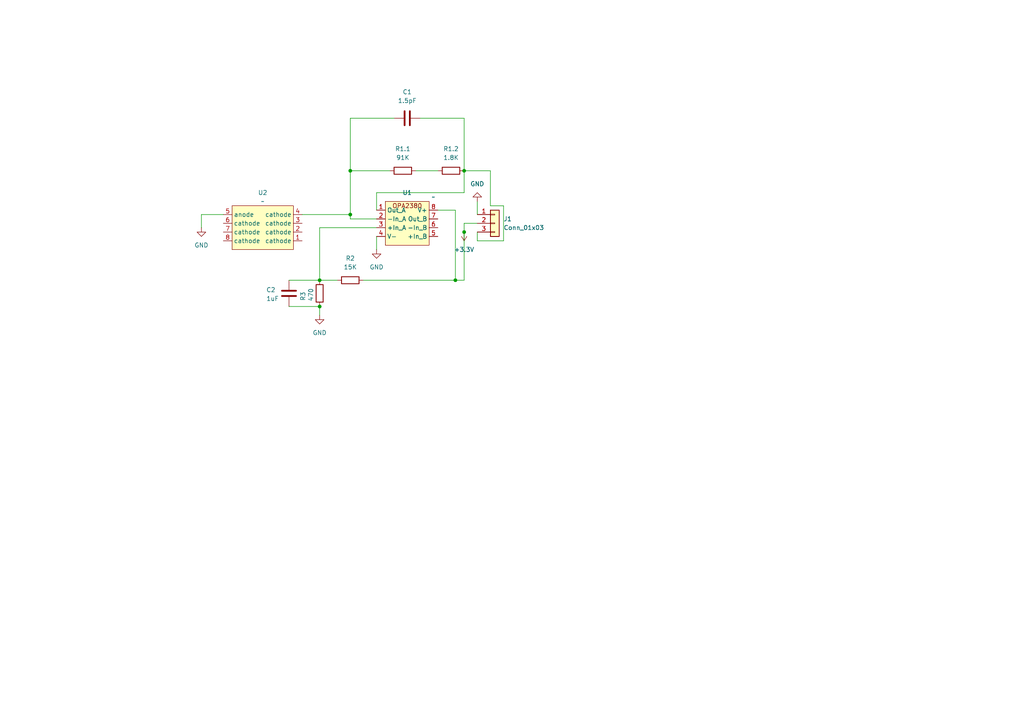
<source format=kicad_sch>
(kicad_sch (version 20231120) (generator "eeschema") (generator_version "8.0")
  (paper "A4")
  (lib_symbols
    (symbol "Connector_Generic:Conn_01x03" (pin_names (offset 1.016) hide)
      (property "Reference" "J" (at 0 5.08 0))
      (property "Value" "Conn_01x03" (at 0 -5.08 0))
      (symbol "Conn_01x03_1_1"
        (rectangle (start -1.27 -2.413) (end 0 -2.667) (stroke (width 0.1524)))
        (rectangle (start -1.27 0.127) (end 0 -0.127) (stroke (width 0.1524)))
        (rectangle (start -1.27 2.667) (end 0 2.413) (stroke (width 0.1524)))
        (rectangle (start -1.27 3.81) (end 1.27 -3.81) (stroke (width 0.254)) (fill (type background)))
        (pin passive line (at -5.08 2.54 0) (length 3.81) (name "Pin_1") (number "1"))
        (pin passive line (at -5.08 0 0) (length 3.81) (name "Pin_2") (number "2"))
        (pin passive line (at -5.08 -2.54 0) (length 3.81) (name "Pin_3") (number "3"))
      )
    )
    (symbol "Device:C" (pin_numbers hide) (pin_names (offset 0.254))
      (property "Reference" "C" (at 0.635 2.54 0))
      (property "Value" "C" (at 0.635 -2.54 0))
      (symbol "C_0_1"
        (polyline (pts (xy -2.032 -0.762) (xy 2.032 -0.762)) (stroke (width 0.508)))
        (polyline (pts (xy -2.032 0.762) (xy 2.032 0.762)) (stroke (width 0.508)))
      )
      (symbol "C_1_1"
        (pin passive line (at 0 3.81 270) (length 2.794) (name "~") (number "1"))
        (pin passive line (at 0 -3.81 90) (length 2.794) (name "~") (number "2"))
      )
    )
    (symbol "Device:R" (pin_numbers hide) (pin_names (offset 0))
      (property "Reference" "R" (at 2.032 0 90))
      (property "Value" "R" (at 0 0 90))
      (symbol "R_0_1"
        (rectangle (start -1.016 -2.54) (end 1.016 2.54) (stroke (width 0.254)))
      )
      (symbol "R_1_1"
        (pin passive line (at 0 3.81 270) (length 1.27) (name "~") (number "1"))
        (pin passive line (at 0 -3.81 90) (length 1.27) (name "~") (number "2"))
      )
    )
    (symbol "custom_lib:opa2380"
      (property "Reference" "opa2380" (at -8.382 0 0))
      (symbol "opa2380_0_1"
        (polyline (pts (xy 30.48 6.35) (xy 30.48 6.35)))
      )
      (symbol "opa2380_1_1"
        (rectangle (start 2.54 6.35) (end 15.24 -6.35) (fill (type background)))
        (text "OPA2380\n" (at 8.89 5.08 0) (effects (font (size 1.27 1.27))))
        (pin output line (at 0 3.81 0) (length 2.54) (name "Out_A") (number "1"))
        (pin input line (at 0 1.27 0) (length 2.54) (name "-In_A") (number "2"))
        (pin input line (at 0 -1.27 0) (length 2.54) (name "+In_A") (number "3"))
        (pin input line (at 0 -3.81 0) (length 2.54) (name "V-") (number "4"))
        (pin input line (at 17.78 -3.81 180) (length 2.54) (name "+In_B") (number "5"))
        (pin input line (at 17.78 -1.27 180) (length 2.54) (name "-In_B") (number "6"))
        (pin output line (at 17.78 1.27 180) (length 2.54) (name "Out_B") (number "7"))
        (pin input line (at 17.78 3.81 180) (length 2.54) (name "V+") (number "8"))
      )
    )
    (symbol "custom_lib:vemd8080"
      (property "Reference" "U" (at 0 0 0))
      (symbol "vemd8080_1_1"
        (rectangle (start 1.27 25.4) (end 13.97 7.62) (fill (type background)))
        (pin input line (at 3.81 5.08 90) (length 2.54) (name "cathode") (number "1"))
        (pin input line (at 6.35 5.08 90) (length 2.54) (name "cathode") (number "2"))
        (pin input line (at 8.89 5.08 90) (length 2.54) (name "cathode") (number "3"))
        (pin input line (at 11.43 5.08 90) (length 2.54) (name "cathode") (number "4"))
        (pin input line (at 11.43 27.94 270) (length 2.54) (name "anode") (number "5"))
        (pin input line (at 8.89 27.94 270) (length 2.54) (name "cathode") (number "6"))
        (pin input line (at 6.35 27.94 270) (length 2.54) (name "cathode") (number "7"))
        (pin input line (at 3.81 27.94 270) (length 2.54) (name "cathode") (number "8"))
      )
    )
    (symbol "power:GND" (power) (pin_numbers hide) (pin_names (offset 0) hide)
      (property "Value" "GND" (at 0 -3.81 0))
      (symbol "GND_0_1"
        (polyline (pts (xy 0 0) (xy 0 -1.27) (xy 1.27 -1.27) (xy 0 -2.54) (xy -1.27 -1.27) (xy 0 -1.27)))
      )
      (symbol "GND_1_1"
        (pin power_in line (at 0 0 270) (length 0) (name "~") (number "1"))
      )
    )
    (symbol "power:VCC" (power) (pin_numbers hide) (pin_names (offset 0) hide)
      (property "Value" "VCC" (at 0 3.556 0))
      (symbol "VCC_0_1"
        (polyline (pts (xy -0.762 1.27) (xy 0 2.54)))
        (polyline (pts (xy 0 0) (xy 0 2.54)))
        (polyline (pts (xy 0 2.54) (xy 0.762 1.27)))
      )
      (symbol "VCC_1_1"
        (pin power_in line (at 0 0 90) (length 0) (name "~") (number "1"))
      )
    )
  )
  (junction (at 101.6 62.23))
  (junction (at 92.71 81.28))
  (junction (at 134.62 67.31))
  (junction (at 101.6 49.53))
  (junction (at 134.62 49.53))
  (junction (at 92.71 88.9))
  (junction (at 132.08 81.28))
  (wire (pts (xy 109.22 60.96) (xy 109.22 55.88)))
  (wire (pts (xy 83.82 88.9) (xy 92.71 88.9)))
  (wire (pts (xy 142.24 59.69) (xy 142.24 49.53)))
  (wire (pts (xy 138.43 67.31) (xy 138.43 69.85)))
  (wire (pts (xy 138.43 69.85) (xy 146.05 69.85)))
  (wire (pts (xy 101.6 62.23) (xy 101.6 63.5)))
  (wire (pts (xy 58.42 62.23) (xy 64.77 62.23)))
  (wire (pts (xy 138.43 64.77) (xy 134.62 64.77)))
  (wire (pts (xy 134.62 81.28) (xy 134.62 67.31)))
  (wire (pts (xy 109.22 68.58) (xy 109.22 72.39)))
  (wire (pts (xy 120.65 49.53) (xy 127 49.53)))
  (wire (pts (xy 134.62 49.53) (xy 134.62 55.88)))
  (wire (pts (xy 105.41 81.28) (xy 132.08 81.28)))
  (wire (pts (xy 134.62 81.28) (xy 132.08 81.28)))
  (wire (pts (xy 127 60.96) (xy 132.08 60.96)))
  (wire (pts (xy 92.71 81.28) (xy 97.79 81.28)))
  (wire (pts (xy 58.42 62.23) (xy 58.42 66.04)))
  (wire (pts (xy 134.62 49.53) (xy 142.24 49.53)))
  (wire (pts (xy 92.71 88.9) (xy 92.71 91.44)))
  (wire (pts (xy 101.6 63.5) (xy 109.22 63.5)))
  (wire (pts (xy 121.92 34.29) (xy 134.62 34.29)))
  (wire (pts (xy 146.05 69.85) (xy 146.05 59.69)))
  (wire (pts (xy 146.05 59.69) (xy 142.24 59.69)))
  (wire (pts (xy 109.22 55.88) (xy 134.62 55.88)))
  (wire (pts (xy 114.3 34.29) (xy 101.6 34.29)))
  (wire (pts (xy 101.6 34.29) (xy 101.6 49.53)))
  (wire (pts (xy 92.71 66.04) (xy 92.71 81.28)))
  (wire (pts (xy 83.82 81.28) (xy 92.71 81.28)))
  (wire (pts (xy 87.63 62.23) (xy 101.6 62.23)))
  (wire (pts (xy 138.43 58.42) (xy 138.43 62.23)))
  (wire (pts (xy 134.62 34.29) (xy 134.62 49.53)))
  (wire (pts (xy 109.22 66.04) (xy 92.71 66.04)))
  (wire (pts (xy 134.62 64.77) (xy 134.62 67.31)))
  (wire (pts (xy 113.03 49.53) (xy 101.6 49.53)))
  (wire (pts (xy 132.08 60.96) (xy 132.08 81.28)))
  (wire (pts (xy 101.6 49.53) (xy 101.6 62.23)))
  (symbol (lib_id "Device:R") (at 101.6 81.28 90) (unit 1)
    (property "Reference" "R2" (at 101.6 74.93 90))
    (property "Value" "15K" (at 101.6 77.47 90))
    (property "Footprint" "Resistor_SMD:R_0805_2012Metric_Pad1.20x1.40mm_HandSolder" (effects (hide yes)))
    (property "Description" "Resistor" (effects (hide yes)))
  )
  (symbol (lib_id "power:GND") (at 92.71 91.44 0) (unit 1)
    (property "Reference" "#PWR04" (effects (hide yes)))
    (property "Value" "GND" (at 92.71 96.52 0))
    (property "Description" "Power symbol creates a global label with name \"GND\" , ground" (effects (hide yes)))
  )
  (symbol (lib_id "power:VCC") (at 134.62 67.31 180) (unit 1)
    (property "Reference" "#PWR03" (effects (hide yes)))
    (property "Value" "+3.3V" (at 134.62 72.39 0))
    (property "Description" "Power symbol creates a global label with name \"VCC\"" (effects (hide yes)))
  )
  (symbol (lib_id "power:GND") (at 58.42 66.04 0) (unit 1)
    (property "Reference" "#PWR01" (effects (hide yes)))
    (property "Value" "GND" (at 58.42 71.12 0))
    (property "Description" "Power symbol creates a global label with name \"GND\" , ground" (effects (hide yes)))
  )
  (symbol (lib_id "custom_lib:opa2380") (at 109.22 64.77 0) (unit 1)
    (property "Reference" "U1" (at 118.11 55.88 0))
    (property "Value" "~" (at 125.73 57.15 0))
    (property "Footprint" "custon_library:opa2380-v2" (effects (hide yes)))
  )
  (symbol (lib_id "Connector_Generic:Conn_01x03") (at 143.51 64.77 0) (unit 1)
    (property "Reference" "J1" (at 146.05 63.4999 0) (effects (justify left)))
    (property "Value" "Conn_01x03" (at 146.05 66.0399 0) (effects (justify left)))
    (property "Footprint" "Connector_PinSocket_2.54mm:PinSocket_1x03_P2.54mm_Horizontal" (effects (hide yes)))
    (property "Description" "Generic connector, single row, 01x03, script generated (kicad-library-utils/schlib/autogen/connector/)" (effects (hide yes)))
  )
  (symbol (lib_id "Device:C") (at 118.11 34.29 90) (unit 1)
    (property "Reference" "C1" (at 118.11 26.67 90))
    (property "Value" "1.5pF" (at 118.11 29.21 90))
    (property "Footprint" "Capacitor_SMD:C_0805_2012Metric_Pad1.18x1.45mm_HandSolder" (effects (hide yes)))
    (property "Description" "Unpolarized capacitor" (effects (hide yes)))
  )
  (symbol (lib_id "custom_lib:vemd8080") (at 92.71 73.66 90) (unit 1)
    (property "Reference" "U2" (at 76.2 55.88 90))
    (property "Value" "~" (at 76.2 58.42 90))
    (property "Footprint" "custon_library:vemd8080" (effects (hide yes)))
  )
  (symbol (lib_id "Device:R") (at 130.81 49.53 90) (unit 1)
    (property "Reference" "R1.2" (at 130.81 43.18 90))
    (property "Value" "1.8K" (at 130.81 45.72 90))
    (property "Footprint" "Resistor_SMD:R_0805_2012Metric_Pad1.20x1.40mm_HandSolder" (effects (hide yes)))
    (property "Description" "Resistor" (effects (hide yes)))
  )
  (symbol (lib_id "Device:R") (at 116.84 49.53 90) (unit 1)
    (property "Reference" "R1.1" (at 116.84 43.18 90))
    (property "Value" "91K" (at 116.84 45.72 90))
    (property "Footprint" "Resistor_SMD:R_0805_2012Metric_Pad1.20x1.40mm_HandSolder" (effects (hide yes)))
    (property "Description" "Resistor" (effects (hide yes)))
  )
  (symbol (lib_id "Device:R") (at 92.71 85.09 180) (unit 1)
    (property "Reference" "R3" (at 87.884 84.582 90) (effects (justify left)))
    (property "Value" "470" (at 90.17 83.566 90) (effects (justify left)))
    (property "Footprint" "Resistor_SMD:R_0805_2012Metric_Pad1.20x1.40mm_HandSolder" (effects (hide yes)))
    (property "Description" "Resistor" (effects (hide yes)))
  )
  (symbol (lib_id "power:GND") (at 109.22 72.39 0) (unit 1)
    (property "Reference" "#PWR02" (effects (hide yes)))
    (property "Value" "GND" (at 109.22 77.47 0))
    (property "Description" "Power symbol creates a global label with name \"GND\" , ground" (effects (hide yes)))
  )
  (symbol (lib_id "Device:C") (at 83.82 85.09 180) (unit 1)
    (property "Reference" "C2" (at 77.216 84.074 0) (effects (justify right)))
    (property "Value" "1uF" (at 77.216 86.614 0) (effects (justify right)))
    (property "Footprint" "Capacitor_SMD:C_0805_2012Metric_Pad1.18x1.45mm_HandSolder" (effects (hide yes)))
    (property "Description" "Unpolarized capacitor" (effects (hide yes)))
  )
  (symbol (lib_id "power:GND") (at 138.43 58.42 180) (unit 1)
    (property "Reference" "#PWR05" (effects (hide yes)))
    (property "Value" "GND" (at 138.43 53.34 0))
    (property "Description" "Power symbol creates a global label with name \"GND\" , ground" (effects (hide yes)))
  )
)
</source>
